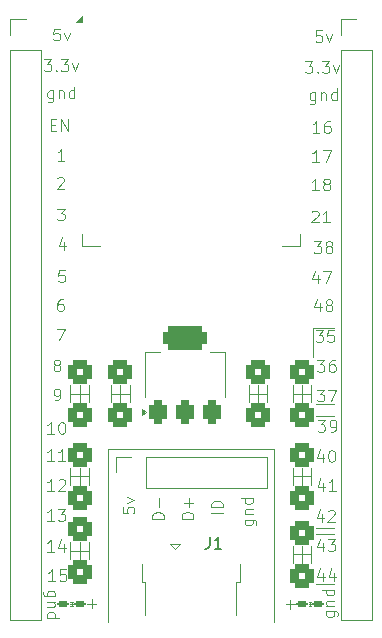
<source format=gto>
%TF.GenerationSoftware,KiCad,Pcbnew,8.0.6-8.0.6-0~ubuntu24.04.1*%
%TF.CreationDate,2024-10-30T09:24:07+01:00*%
%TF.ProjectId,breakout_pcb,62726561-6b6f-4757-945f-7063622e6b69,rev?*%
%TF.SameCoordinates,Original*%
%TF.FileFunction,Legend,Top*%
%TF.FilePolarity,Positive*%
%FSLAX46Y46*%
G04 Gerber Fmt 4.6, Leading zero omitted, Abs format (unit mm)*
G04 Created by KiCad (PCBNEW 8.0.6-8.0.6-0~ubuntu24.04.1) date 2024-10-30 09:24:07*
%MOMM*%
%LPD*%
G01*
G04 APERTURE LIST*
G04 Aperture macros list*
%AMRoundRect*
0 Rectangle with rounded corners*
0 $1 Rounding radius*
0 $2 $3 $4 $5 $6 $7 $8 $9 X,Y pos of 4 corners*
0 Add a 4 corners polygon primitive as box body*
4,1,4,$2,$3,$4,$5,$6,$7,$8,$9,$2,$3,0*
0 Add four circle primitives for the rounded corners*
1,1,$1+$1,$2,$3*
1,1,$1+$1,$4,$5*
1,1,$1+$1,$6,$7*
1,1,$1+$1,$8,$9*
0 Add four rect primitives between the rounded corners*
20,1,$1+$1,$2,$3,$4,$5,0*
20,1,$1+$1,$4,$5,$6,$7,0*
20,1,$1+$1,$6,$7,$8,$9,0*
20,1,$1+$1,$8,$9,$2,$3,0*%
G04 Aperture macros list end*
%ADD10C,0.100000*%
%ADD11C,0.150000*%
%ADD12C,0.120000*%
%ADD13R,1.700000X1.700000*%
%ADD14O,1.700000X1.700000*%
%ADD15RoundRect,0.384616X-0.615384X0.615384X-0.615384X-0.615384X0.615384X-0.615384X0.615384X0.615384X0*%
%ADD16R,1.700000X2.200000*%
%ADD17O,1.700000X2.200000*%
%ADD18RoundRect,0.125000X-0.375000X-0.125000X0.375000X-0.125000X0.375000X0.125000X-0.375000X0.125000X0*%
%ADD19R,0.400000X1.650000*%
%ADD20R,1.825000X0.700000*%
%ADD21R,2.000000X1.500000*%
%ADD22R,1.350000X2.000000*%
%ADD23O,1.350000X1.700000*%
%ADD24O,1.100000X1.500000*%
%ADD25R,1.430000X2.500000*%
%ADD26RoundRect,0.384616X0.615384X-0.615384X0.615384X0.615384X-0.615384X0.615384X-0.615384X-0.615384X0*%
%ADD27RoundRect,0.125000X0.375000X0.125000X-0.375000X0.125000X-0.375000X-0.125000X0.375000X-0.125000X0*%
%ADD28R,1.500000X0.900000*%
%ADD29R,0.900000X1.500000*%
%ADD30C,1.500000*%
%ADD31C,2.000000*%
%ADD32R,3.900000X3.900000*%
%ADD33RoundRect,0.375000X0.375000X-0.625000X0.375000X0.625000X-0.375000X0.625000X-0.375000X-0.625000X0*%
%ADD34RoundRect,0.500000X1.400000X-0.500000X1.400000X0.500000X-1.400000X0.500000X-1.400000X-0.500000X0*%
G04 APERTURE END LIST*
D10*
X140000000Y-108000000D02*
X139000000Y-108000000D01*
X139000000Y-118000000D02*
X140000000Y-118000000D01*
X140000000Y-107000000D02*
X139000000Y-107000000D01*
X140000000Y-100500000D02*
X140250000Y-100500000D01*
X140000000Y-122250000D02*
X139000000Y-122250000D01*
X138750000Y-118000000D02*
X140250000Y-118000000D01*
X138500000Y-100500000D02*
X138500000Y-103000000D01*
X138750000Y-107000000D02*
X140250000Y-107000000D01*
X140000000Y-117500000D02*
X139000000Y-117500000D01*
X139000000Y-107000000D02*
X138750000Y-107000000D01*
X140000000Y-100500000D02*
X138500000Y-100500000D01*
X140250000Y-122250000D02*
X138750000Y-122250000D01*
X140250000Y-117500000D02*
X138750000Y-117500000D01*
X140250000Y-108000000D02*
X138750000Y-108000000D01*
X138707455Y-80580752D02*
X138707455Y-81390276D01*
X138707455Y-81390276D02*
X138659836Y-81485514D01*
X138659836Y-81485514D02*
X138612217Y-81533133D01*
X138612217Y-81533133D02*
X138516979Y-81580752D01*
X138516979Y-81580752D02*
X138374122Y-81580752D01*
X138374122Y-81580752D02*
X138278884Y-81533133D01*
X138707455Y-81199800D02*
X138612217Y-81247419D01*
X138612217Y-81247419D02*
X138421741Y-81247419D01*
X138421741Y-81247419D02*
X138326503Y-81199800D01*
X138326503Y-81199800D02*
X138278884Y-81152180D01*
X138278884Y-81152180D02*
X138231265Y-81056942D01*
X138231265Y-81056942D02*
X138231265Y-80771228D01*
X138231265Y-80771228D02*
X138278884Y-80675990D01*
X138278884Y-80675990D02*
X138326503Y-80628371D01*
X138326503Y-80628371D02*
X138421741Y-80580752D01*
X138421741Y-80580752D02*
X138612217Y-80580752D01*
X138612217Y-80580752D02*
X138707455Y-80628371D01*
X139183646Y-80580752D02*
X139183646Y-81247419D01*
X139183646Y-80675990D02*
X139231265Y-80628371D01*
X139231265Y-80628371D02*
X139326503Y-80580752D01*
X139326503Y-80580752D02*
X139469360Y-80580752D01*
X139469360Y-80580752D02*
X139564598Y-80628371D01*
X139564598Y-80628371D02*
X139612217Y-80723609D01*
X139612217Y-80723609D02*
X139612217Y-81247419D01*
X140516979Y-81247419D02*
X140516979Y-80247419D01*
X140516979Y-81199800D02*
X140421741Y-81247419D01*
X140421741Y-81247419D02*
X140231265Y-81247419D01*
X140231265Y-81247419D02*
X140136027Y-81199800D01*
X140136027Y-81199800D02*
X140088408Y-81152180D01*
X140088408Y-81152180D02*
X140040789Y-81056942D01*
X140040789Y-81056942D02*
X140040789Y-80771228D01*
X140040789Y-80771228D02*
X140088408Y-80675990D01*
X140088408Y-80675990D02*
X140136027Y-80628371D01*
X140136027Y-80628371D02*
X140231265Y-80580752D01*
X140231265Y-80580752D02*
X140421741Y-80580752D01*
X140421741Y-80580752D02*
X140516979Y-80628371D01*
X139307455Y-116280752D02*
X139307455Y-116947419D01*
X139069360Y-115899800D02*
X138831265Y-116614085D01*
X138831265Y-116614085D02*
X139450312Y-116614085D01*
X139783646Y-116042657D02*
X139831265Y-115995038D01*
X139831265Y-115995038D02*
X139926503Y-115947419D01*
X139926503Y-115947419D02*
X140164598Y-115947419D01*
X140164598Y-115947419D02*
X140259836Y-115995038D01*
X140259836Y-115995038D02*
X140307455Y-116042657D01*
X140307455Y-116042657D02*
X140355074Y-116137895D01*
X140355074Y-116137895D02*
X140355074Y-116233133D01*
X140355074Y-116233133D02*
X140307455Y-116375990D01*
X140307455Y-116375990D02*
X139736027Y-116947419D01*
X139736027Y-116947419D02*
X140355074Y-116947419D01*
X116651503Y-106672419D02*
X116841979Y-106672419D01*
X116841979Y-106672419D02*
X116937217Y-106624800D01*
X116937217Y-106624800D02*
X116984836Y-106577180D01*
X116984836Y-106577180D02*
X117080074Y-106434323D01*
X117080074Y-106434323D02*
X117127693Y-106243847D01*
X117127693Y-106243847D02*
X117127693Y-105862895D01*
X117127693Y-105862895D02*
X117080074Y-105767657D01*
X117080074Y-105767657D02*
X117032455Y-105720038D01*
X117032455Y-105720038D02*
X116937217Y-105672419D01*
X116937217Y-105672419D02*
X116746741Y-105672419D01*
X116746741Y-105672419D02*
X116651503Y-105720038D01*
X116651503Y-105720038D02*
X116603884Y-105767657D01*
X116603884Y-105767657D02*
X116556265Y-105862895D01*
X116556265Y-105862895D02*
X116556265Y-106100990D01*
X116556265Y-106100990D02*
X116603884Y-106196228D01*
X116603884Y-106196228D02*
X116651503Y-106243847D01*
X116651503Y-106243847D02*
X116746741Y-106291466D01*
X116746741Y-106291466D02*
X116937217Y-106291466D01*
X116937217Y-106291466D02*
X117032455Y-106243847D01*
X117032455Y-106243847D02*
X117080074Y-106196228D01*
X117080074Y-106196228D02*
X117127693Y-106100990D01*
X116677693Y-121972419D02*
X116106265Y-121972419D01*
X116391979Y-121972419D02*
X116391979Y-120972419D01*
X116391979Y-120972419D02*
X116296741Y-121115276D01*
X116296741Y-121115276D02*
X116201503Y-121210514D01*
X116201503Y-121210514D02*
X116106265Y-121258133D01*
X117582455Y-120972419D02*
X117106265Y-120972419D01*
X117106265Y-120972419D02*
X117058646Y-121448609D01*
X117058646Y-121448609D02*
X117106265Y-121400990D01*
X117106265Y-121400990D02*
X117201503Y-121353371D01*
X117201503Y-121353371D02*
X117439598Y-121353371D01*
X117439598Y-121353371D02*
X117534836Y-121400990D01*
X117534836Y-121400990D02*
X117582455Y-121448609D01*
X117582455Y-121448609D02*
X117630074Y-121543847D01*
X117630074Y-121543847D02*
X117630074Y-121781942D01*
X117630074Y-121781942D02*
X117582455Y-121877180D01*
X117582455Y-121877180D02*
X117534836Y-121924800D01*
X117534836Y-121924800D02*
X117439598Y-121972419D01*
X117439598Y-121972419D02*
X117201503Y-121972419D01*
X117201503Y-121972419D02*
X117106265Y-121924800D01*
X117106265Y-121924800D02*
X117058646Y-121877180D01*
X138858646Y-103247419D02*
X139477693Y-103247419D01*
X139477693Y-103247419D02*
X139144360Y-103628371D01*
X139144360Y-103628371D02*
X139287217Y-103628371D01*
X139287217Y-103628371D02*
X139382455Y-103675990D01*
X139382455Y-103675990D02*
X139430074Y-103723609D01*
X139430074Y-103723609D02*
X139477693Y-103818847D01*
X139477693Y-103818847D02*
X139477693Y-104056942D01*
X139477693Y-104056942D02*
X139430074Y-104152180D01*
X139430074Y-104152180D02*
X139382455Y-104199800D01*
X139382455Y-104199800D02*
X139287217Y-104247419D01*
X139287217Y-104247419D02*
X139001503Y-104247419D01*
X139001503Y-104247419D02*
X138906265Y-104199800D01*
X138906265Y-104199800D02*
X138858646Y-104152180D01*
X140334836Y-103247419D02*
X140144360Y-103247419D01*
X140144360Y-103247419D02*
X140049122Y-103295038D01*
X140049122Y-103295038D02*
X140001503Y-103342657D01*
X140001503Y-103342657D02*
X139906265Y-103485514D01*
X139906265Y-103485514D02*
X139858646Y-103675990D01*
X139858646Y-103675990D02*
X139858646Y-104056942D01*
X139858646Y-104056942D02*
X139906265Y-104152180D01*
X139906265Y-104152180D02*
X139953884Y-104199800D01*
X139953884Y-104199800D02*
X140049122Y-104247419D01*
X140049122Y-104247419D02*
X140239598Y-104247419D01*
X140239598Y-104247419D02*
X140334836Y-104199800D01*
X140334836Y-104199800D02*
X140382455Y-104152180D01*
X140382455Y-104152180D02*
X140430074Y-104056942D01*
X140430074Y-104056942D02*
X140430074Y-103818847D01*
X140430074Y-103818847D02*
X140382455Y-103723609D01*
X140382455Y-103723609D02*
X140334836Y-103675990D01*
X140334836Y-103675990D02*
X140239598Y-103628371D01*
X140239598Y-103628371D02*
X140049122Y-103628371D01*
X140049122Y-103628371D02*
X139953884Y-103675990D01*
X139953884Y-103675990D02*
X139906265Y-103723609D01*
X139906265Y-103723609D02*
X139858646Y-103818847D01*
X115733646Y-77797419D02*
X116352693Y-77797419D01*
X116352693Y-77797419D02*
X116019360Y-78178371D01*
X116019360Y-78178371D02*
X116162217Y-78178371D01*
X116162217Y-78178371D02*
X116257455Y-78225990D01*
X116257455Y-78225990D02*
X116305074Y-78273609D01*
X116305074Y-78273609D02*
X116352693Y-78368847D01*
X116352693Y-78368847D02*
X116352693Y-78606942D01*
X116352693Y-78606942D02*
X116305074Y-78702180D01*
X116305074Y-78702180D02*
X116257455Y-78749800D01*
X116257455Y-78749800D02*
X116162217Y-78797419D01*
X116162217Y-78797419D02*
X115876503Y-78797419D01*
X115876503Y-78797419D02*
X115781265Y-78749800D01*
X115781265Y-78749800D02*
X115733646Y-78702180D01*
X116781265Y-78702180D02*
X116828884Y-78749800D01*
X116828884Y-78749800D02*
X116781265Y-78797419D01*
X116781265Y-78797419D02*
X116733646Y-78749800D01*
X116733646Y-78749800D02*
X116781265Y-78702180D01*
X116781265Y-78702180D02*
X116781265Y-78797419D01*
X117162217Y-77797419D02*
X117781264Y-77797419D01*
X117781264Y-77797419D02*
X117447931Y-78178371D01*
X117447931Y-78178371D02*
X117590788Y-78178371D01*
X117590788Y-78178371D02*
X117686026Y-78225990D01*
X117686026Y-78225990D02*
X117733645Y-78273609D01*
X117733645Y-78273609D02*
X117781264Y-78368847D01*
X117781264Y-78368847D02*
X117781264Y-78606942D01*
X117781264Y-78606942D02*
X117733645Y-78702180D01*
X117733645Y-78702180D02*
X117686026Y-78749800D01*
X117686026Y-78749800D02*
X117590788Y-78797419D01*
X117590788Y-78797419D02*
X117305074Y-78797419D01*
X117305074Y-78797419D02*
X117209836Y-78749800D01*
X117209836Y-78749800D02*
X117162217Y-78702180D01*
X118114598Y-78130752D02*
X118352693Y-78797419D01*
X118352693Y-78797419D02*
X118590788Y-78130752D01*
X116746741Y-103650990D02*
X116651503Y-103603371D01*
X116651503Y-103603371D02*
X116603884Y-103555752D01*
X116603884Y-103555752D02*
X116556265Y-103460514D01*
X116556265Y-103460514D02*
X116556265Y-103412895D01*
X116556265Y-103412895D02*
X116603884Y-103317657D01*
X116603884Y-103317657D02*
X116651503Y-103270038D01*
X116651503Y-103270038D02*
X116746741Y-103222419D01*
X116746741Y-103222419D02*
X116937217Y-103222419D01*
X116937217Y-103222419D02*
X117032455Y-103270038D01*
X117032455Y-103270038D02*
X117080074Y-103317657D01*
X117080074Y-103317657D02*
X117127693Y-103412895D01*
X117127693Y-103412895D02*
X117127693Y-103460514D01*
X117127693Y-103460514D02*
X117080074Y-103555752D01*
X117080074Y-103555752D02*
X117032455Y-103603371D01*
X117032455Y-103603371D02*
X116937217Y-103650990D01*
X116937217Y-103650990D02*
X116746741Y-103650990D01*
X116746741Y-103650990D02*
X116651503Y-103698609D01*
X116651503Y-103698609D02*
X116603884Y-103746228D01*
X116603884Y-103746228D02*
X116556265Y-103841466D01*
X116556265Y-103841466D02*
X116556265Y-104031942D01*
X116556265Y-104031942D02*
X116603884Y-104127180D01*
X116603884Y-104127180D02*
X116651503Y-104174800D01*
X116651503Y-104174800D02*
X116746741Y-104222419D01*
X116746741Y-104222419D02*
X116937217Y-104222419D01*
X116937217Y-104222419D02*
X117032455Y-104174800D01*
X117032455Y-104174800D02*
X117080074Y-104127180D01*
X117080074Y-104127180D02*
X117127693Y-104031942D01*
X117127693Y-104031942D02*
X117127693Y-103841466D01*
X117127693Y-103841466D02*
X117080074Y-103746228D01*
X117080074Y-103746228D02*
X117032455Y-103698609D01*
X117032455Y-103698609D02*
X116937217Y-103650990D01*
X137848646Y-77942419D02*
X138467693Y-77942419D01*
X138467693Y-77942419D02*
X138134360Y-78323371D01*
X138134360Y-78323371D02*
X138277217Y-78323371D01*
X138277217Y-78323371D02*
X138372455Y-78370990D01*
X138372455Y-78370990D02*
X138420074Y-78418609D01*
X138420074Y-78418609D02*
X138467693Y-78513847D01*
X138467693Y-78513847D02*
X138467693Y-78751942D01*
X138467693Y-78751942D02*
X138420074Y-78847180D01*
X138420074Y-78847180D02*
X138372455Y-78894800D01*
X138372455Y-78894800D02*
X138277217Y-78942419D01*
X138277217Y-78942419D02*
X137991503Y-78942419D01*
X137991503Y-78942419D02*
X137896265Y-78894800D01*
X137896265Y-78894800D02*
X137848646Y-78847180D01*
X138896265Y-78847180D02*
X138943884Y-78894800D01*
X138943884Y-78894800D02*
X138896265Y-78942419D01*
X138896265Y-78942419D02*
X138848646Y-78894800D01*
X138848646Y-78894800D02*
X138896265Y-78847180D01*
X138896265Y-78847180D02*
X138896265Y-78942419D01*
X139277217Y-77942419D02*
X139896264Y-77942419D01*
X139896264Y-77942419D02*
X139562931Y-78323371D01*
X139562931Y-78323371D02*
X139705788Y-78323371D01*
X139705788Y-78323371D02*
X139801026Y-78370990D01*
X139801026Y-78370990D02*
X139848645Y-78418609D01*
X139848645Y-78418609D02*
X139896264Y-78513847D01*
X139896264Y-78513847D02*
X139896264Y-78751942D01*
X139896264Y-78751942D02*
X139848645Y-78847180D01*
X139848645Y-78847180D02*
X139801026Y-78894800D01*
X139801026Y-78894800D02*
X139705788Y-78942419D01*
X139705788Y-78942419D02*
X139420074Y-78942419D01*
X139420074Y-78942419D02*
X139324836Y-78894800D01*
X139324836Y-78894800D02*
X139277217Y-78847180D01*
X140229598Y-78275752D02*
X140467693Y-78942419D01*
X140467693Y-78942419D02*
X140705788Y-78275752D01*
X138733646Y-100722419D02*
X139352693Y-100722419D01*
X139352693Y-100722419D02*
X139019360Y-101103371D01*
X139019360Y-101103371D02*
X139162217Y-101103371D01*
X139162217Y-101103371D02*
X139257455Y-101150990D01*
X139257455Y-101150990D02*
X139305074Y-101198609D01*
X139305074Y-101198609D02*
X139352693Y-101293847D01*
X139352693Y-101293847D02*
X139352693Y-101531942D01*
X139352693Y-101531942D02*
X139305074Y-101627180D01*
X139305074Y-101627180D02*
X139257455Y-101674800D01*
X139257455Y-101674800D02*
X139162217Y-101722419D01*
X139162217Y-101722419D02*
X138876503Y-101722419D01*
X138876503Y-101722419D02*
X138781265Y-101674800D01*
X138781265Y-101674800D02*
X138733646Y-101627180D01*
X140257455Y-100722419D02*
X139781265Y-100722419D01*
X139781265Y-100722419D02*
X139733646Y-101198609D01*
X139733646Y-101198609D02*
X139781265Y-101150990D01*
X139781265Y-101150990D02*
X139876503Y-101103371D01*
X139876503Y-101103371D02*
X140114598Y-101103371D01*
X140114598Y-101103371D02*
X140209836Y-101150990D01*
X140209836Y-101150990D02*
X140257455Y-101198609D01*
X140257455Y-101198609D02*
X140305074Y-101293847D01*
X140305074Y-101293847D02*
X140305074Y-101531942D01*
X140305074Y-101531942D02*
X140257455Y-101627180D01*
X140257455Y-101627180D02*
X140209836Y-101674800D01*
X140209836Y-101674800D02*
X140114598Y-101722419D01*
X140114598Y-101722419D02*
X139876503Y-101722419D01*
X139876503Y-101722419D02*
X139781265Y-101674800D01*
X139781265Y-101674800D02*
X139733646Y-101627180D01*
X116654247Y-123262455D02*
X115844723Y-123262455D01*
X115844723Y-123262455D02*
X115749485Y-123214836D01*
X115749485Y-123214836D02*
X115701866Y-123167217D01*
X115701866Y-123167217D02*
X115654247Y-123071979D01*
X115654247Y-123071979D02*
X115654247Y-122929122D01*
X115654247Y-122929122D02*
X115701866Y-122833884D01*
X116035200Y-123262455D02*
X115987580Y-123167217D01*
X115987580Y-123167217D02*
X115987580Y-122976741D01*
X115987580Y-122976741D02*
X116035200Y-122881503D01*
X116035200Y-122881503D02*
X116082819Y-122833884D01*
X116082819Y-122833884D02*
X116178057Y-122786265D01*
X116178057Y-122786265D02*
X116463771Y-122786265D01*
X116463771Y-122786265D02*
X116559009Y-122833884D01*
X116559009Y-122833884D02*
X116606628Y-122881503D01*
X116606628Y-122881503D02*
X116654247Y-122976741D01*
X116654247Y-122976741D02*
X116654247Y-123167217D01*
X116654247Y-123167217D02*
X116606628Y-123262455D01*
X116654247Y-123738646D02*
X115987580Y-123738646D01*
X116559009Y-123738646D02*
X116606628Y-123786265D01*
X116606628Y-123786265D02*
X116654247Y-123881503D01*
X116654247Y-123881503D02*
X116654247Y-124024360D01*
X116654247Y-124024360D02*
X116606628Y-124119598D01*
X116606628Y-124119598D02*
X116511390Y-124167217D01*
X116511390Y-124167217D02*
X115987580Y-124167217D01*
X115987580Y-125071979D02*
X116987580Y-125071979D01*
X116035200Y-125071979D02*
X115987580Y-124976741D01*
X115987580Y-124976741D02*
X115987580Y-124786265D01*
X115987580Y-124786265D02*
X116035200Y-124691027D01*
X116035200Y-124691027D02*
X116082819Y-124643408D01*
X116082819Y-124643408D02*
X116178057Y-124595789D01*
X116178057Y-124595789D02*
X116463771Y-124595789D01*
X116463771Y-124595789D02*
X116559009Y-124643408D01*
X116559009Y-124643408D02*
X116606628Y-124691027D01*
X116606628Y-124691027D02*
X116654247Y-124786265D01*
X116654247Y-124786265D02*
X116654247Y-124976741D01*
X116654247Y-124976741D02*
X116606628Y-125071979D01*
X139255074Y-75347419D02*
X138778884Y-75347419D01*
X138778884Y-75347419D02*
X138731265Y-75823609D01*
X138731265Y-75823609D02*
X138778884Y-75775990D01*
X138778884Y-75775990D02*
X138874122Y-75728371D01*
X138874122Y-75728371D02*
X139112217Y-75728371D01*
X139112217Y-75728371D02*
X139207455Y-75775990D01*
X139207455Y-75775990D02*
X139255074Y-75823609D01*
X139255074Y-75823609D02*
X139302693Y-75918847D01*
X139302693Y-75918847D02*
X139302693Y-76156942D01*
X139302693Y-76156942D02*
X139255074Y-76252180D01*
X139255074Y-76252180D02*
X139207455Y-76299800D01*
X139207455Y-76299800D02*
X139112217Y-76347419D01*
X139112217Y-76347419D02*
X138874122Y-76347419D01*
X138874122Y-76347419D02*
X138778884Y-76299800D01*
X138778884Y-76299800D02*
X138731265Y-76252180D01*
X139636027Y-75680752D02*
X139874122Y-76347419D01*
X139874122Y-76347419D02*
X140112217Y-75680752D01*
X117452693Y-86372419D02*
X116881265Y-86372419D01*
X117166979Y-86372419D02*
X117166979Y-85372419D01*
X117166979Y-85372419D02*
X117071741Y-85515276D01*
X117071741Y-85515276D02*
X116976503Y-85610514D01*
X116976503Y-85610514D02*
X116881265Y-85658133D01*
X139332455Y-111205752D02*
X139332455Y-111872419D01*
X139094360Y-110824800D02*
X138856265Y-111539085D01*
X138856265Y-111539085D02*
X139475312Y-111539085D01*
X140046741Y-110872419D02*
X140141979Y-110872419D01*
X140141979Y-110872419D02*
X140237217Y-110920038D01*
X140237217Y-110920038D02*
X140284836Y-110967657D01*
X140284836Y-110967657D02*
X140332455Y-111062895D01*
X140332455Y-111062895D02*
X140380074Y-111253371D01*
X140380074Y-111253371D02*
X140380074Y-111491466D01*
X140380074Y-111491466D02*
X140332455Y-111681942D01*
X140332455Y-111681942D02*
X140284836Y-111777180D01*
X140284836Y-111777180D02*
X140237217Y-111824800D01*
X140237217Y-111824800D02*
X140141979Y-111872419D01*
X140141979Y-111872419D02*
X140046741Y-111872419D01*
X140046741Y-111872419D02*
X139951503Y-111824800D01*
X139951503Y-111824800D02*
X139903884Y-111777180D01*
X139903884Y-111777180D02*
X139856265Y-111681942D01*
X139856265Y-111681942D02*
X139808646Y-111491466D01*
X139808646Y-111491466D02*
X139808646Y-111253371D01*
X139808646Y-111253371D02*
X139856265Y-111062895D01*
X139856265Y-111062895D02*
X139903884Y-110967657D01*
X139903884Y-110967657D02*
X139951503Y-110920038D01*
X139951503Y-110920038D02*
X140046741Y-110872419D01*
X116808646Y-100597419D02*
X117475312Y-100597419D01*
X117475312Y-100597419D02*
X117046741Y-101597419D01*
X117332455Y-98097419D02*
X117141979Y-98097419D01*
X117141979Y-98097419D02*
X117046741Y-98145038D01*
X117046741Y-98145038D02*
X116999122Y-98192657D01*
X116999122Y-98192657D02*
X116903884Y-98335514D01*
X116903884Y-98335514D02*
X116856265Y-98525990D01*
X116856265Y-98525990D02*
X116856265Y-98906942D01*
X116856265Y-98906942D02*
X116903884Y-99002180D01*
X116903884Y-99002180D02*
X116951503Y-99049800D01*
X116951503Y-99049800D02*
X117046741Y-99097419D01*
X117046741Y-99097419D02*
X117237217Y-99097419D01*
X117237217Y-99097419D02*
X117332455Y-99049800D01*
X117332455Y-99049800D02*
X117380074Y-99002180D01*
X117380074Y-99002180D02*
X117427693Y-98906942D01*
X117427693Y-98906942D02*
X117427693Y-98668847D01*
X117427693Y-98668847D02*
X117380074Y-98573609D01*
X117380074Y-98573609D02*
X117332455Y-98525990D01*
X117332455Y-98525990D02*
X117237217Y-98478371D01*
X117237217Y-98478371D02*
X117046741Y-98478371D01*
X117046741Y-98478371D02*
X116951503Y-98525990D01*
X116951503Y-98525990D02*
X116903884Y-98573609D01*
X116903884Y-98573609D02*
X116856265Y-98668847D01*
X139002693Y-88897419D02*
X138431265Y-88897419D01*
X138716979Y-88897419D02*
X138716979Y-87897419D01*
X138716979Y-87897419D02*
X138621741Y-88040276D01*
X138621741Y-88040276D02*
X138526503Y-88135514D01*
X138526503Y-88135514D02*
X138431265Y-88183133D01*
X139574122Y-88325990D02*
X139478884Y-88278371D01*
X139478884Y-88278371D02*
X139431265Y-88230752D01*
X139431265Y-88230752D02*
X139383646Y-88135514D01*
X139383646Y-88135514D02*
X139383646Y-88087895D01*
X139383646Y-88087895D02*
X139431265Y-87992657D01*
X139431265Y-87992657D02*
X139478884Y-87945038D01*
X139478884Y-87945038D02*
X139574122Y-87897419D01*
X139574122Y-87897419D02*
X139764598Y-87897419D01*
X139764598Y-87897419D02*
X139859836Y-87945038D01*
X139859836Y-87945038D02*
X139907455Y-87992657D01*
X139907455Y-87992657D02*
X139955074Y-88087895D01*
X139955074Y-88087895D02*
X139955074Y-88135514D01*
X139955074Y-88135514D02*
X139907455Y-88230752D01*
X139907455Y-88230752D02*
X139859836Y-88278371D01*
X139859836Y-88278371D02*
X139764598Y-88325990D01*
X139764598Y-88325990D02*
X139574122Y-88325990D01*
X139574122Y-88325990D02*
X139478884Y-88373609D01*
X139478884Y-88373609D02*
X139431265Y-88421228D01*
X139431265Y-88421228D02*
X139383646Y-88516466D01*
X139383646Y-88516466D02*
X139383646Y-88706942D01*
X139383646Y-88706942D02*
X139431265Y-88802180D01*
X139431265Y-88802180D02*
X139478884Y-88849800D01*
X139478884Y-88849800D02*
X139574122Y-88897419D01*
X139574122Y-88897419D02*
X139764598Y-88897419D01*
X139764598Y-88897419D02*
X139859836Y-88849800D01*
X139859836Y-88849800D02*
X139907455Y-88802180D01*
X139907455Y-88802180D02*
X139955074Y-88706942D01*
X139955074Y-88706942D02*
X139955074Y-88516466D01*
X139955074Y-88516466D02*
X139907455Y-88421228D01*
X139907455Y-88421228D02*
X139859836Y-88373609D01*
X139859836Y-88373609D02*
X139764598Y-88325990D01*
X116602693Y-114322419D02*
X116031265Y-114322419D01*
X116316979Y-114322419D02*
X116316979Y-113322419D01*
X116316979Y-113322419D02*
X116221741Y-113465276D01*
X116221741Y-113465276D02*
X116126503Y-113560514D01*
X116126503Y-113560514D02*
X116031265Y-113608133D01*
X116983646Y-113417657D02*
X117031265Y-113370038D01*
X117031265Y-113370038D02*
X117126503Y-113322419D01*
X117126503Y-113322419D02*
X117364598Y-113322419D01*
X117364598Y-113322419D02*
X117459836Y-113370038D01*
X117459836Y-113370038D02*
X117507455Y-113417657D01*
X117507455Y-113417657D02*
X117555074Y-113512895D01*
X117555074Y-113512895D02*
X117555074Y-113608133D01*
X117555074Y-113608133D02*
X117507455Y-113750990D01*
X117507455Y-113750990D02*
X116936027Y-114322419D01*
X116936027Y-114322419D02*
X117555074Y-114322419D01*
X116858646Y-90422419D02*
X117477693Y-90422419D01*
X117477693Y-90422419D02*
X117144360Y-90803371D01*
X117144360Y-90803371D02*
X117287217Y-90803371D01*
X117287217Y-90803371D02*
X117382455Y-90850990D01*
X117382455Y-90850990D02*
X117430074Y-90898609D01*
X117430074Y-90898609D02*
X117477693Y-90993847D01*
X117477693Y-90993847D02*
X117477693Y-91231942D01*
X117477693Y-91231942D02*
X117430074Y-91327180D01*
X117430074Y-91327180D02*
X117382455Y-91374800D01*
X117382455Y-91374800D02*
X117287217Y-91422419D01*
X117287217Y-91422419D02*
X117001503Y-91422419D01*
X117001503Y-91422419D02*
X116906265Y-91374800D01*
X116906265Y-91374800D02*
X116858646Y-91327180D01*
X116577693Y-109497419D02*
X116006265Y-109497419D01*
X116291979Y-109497419D02*
X116291979Y-108497419D01*
X116291979Y-108497419D02*
X116196741Y-108640276D01*
X116196741Y-108640276D02*
X116101503Y-108735514D01*
X116101503Y-108735514D02*
X116006265Y-108783133D01*
X117196741Y-108497419D02*
X117291979Y-108497419D01*
X117291979Y-108497419D02*
X117387217Y-108545038D01*
X117387217Y-108545038D02*
X117434836Y-108592657D01*
X117434836Y-108592657D02*
X117482455Y-108687895D01*
X117482455Y-108687895D02*
X117530074Y-108878371D01*
X117530074Y-108878371D02*
X117530074Y-109116466D01*
X117530074Y-109116466D02*
X117482455Y-109306942D01*
X117482455Y-109306942D02*
X117434836Y-109402180D01*
X117434836Y-109402180D02*
X117387217Y-109449800D01*
X117387217Y-109449800D02*
X117291979Y-109497419D01*
X117291979Y-109497419D02*
X117196741Y-109497419D01*
X117196741Y-109497419D02*
X117101503Y-109449800D01*
X117101503Y-109449800D02*
X117053884Y-109402180D01*
X117053884Y-109402180D02*
X117006265Y-109306942D01*
X117006265Y-109306942D02*
X116958646Y-109116466D01*
X116958646Y-109116466D02*
X116958646Y-108878371D01*
X116958646Y-108878371D02*
X117006265Y-108687895D01*
X117006265Y-108687895D02*
X117053884Y-108592657D01*
X117053884Y-108592657D02*
X117101503Y-108545038D01*
X117101503Y-108545038D02*
X117196741Y-108497419D01*
X138583646Y-93197419D02*
X139202693Y-93197419D01*
X139202693Y-93197419D02*
X138869360Y-93578371D01*
X138869360Y-93578371D02*
X139012217Y-93578371D01*
X139012217Y-93578371D02*
X139107455Y-93625990D01*
X139107455Y-93625990D02*
X139155074Y-93673609D01*
X139155074Y-93673609D02*
X139202693Y-93768847D01*
X139202693Y-93768847D02*
X139202693Y-94006942D01*
X139202693Y-94006942D02*
X139155074Y-94102180D01*
X139155074Y-94102180D02*
X139107455Y-94149800D01*
X139107455Y-94149800D02*
X139012217Y-94197419D01*
X139012217Y-94197419D02*
X138726503Y-94197419D01*
X138726503Y-94197419D02*
X138631265Y-94149800D01*
X138631265Y-94149800D02*
X138583646Y-94102180D01*
X139774122Y-93625990D02*
X139678884Y-93578371D01*
X139678884Y-93578371D02*
X139631265Y-93530752D01*
X139631265Y-93530752D02*
X139583646Y-93435514D01*
X139583646Y-93435514D02*
X139583646Y-93387895D01*
X139583646Y-93387895D02*
X139631265Y-93292657D01*
X139631265Y-93292657D02*
X139678884Y-93245038D01*
X139678884Y-93245038D02*
X139774122Y-93197419D01*
X139774122Y-93197419D02*
X139964598Y-93197419D01*
X139964598Y-93197419D02*
X140059836Y-93245038D01*
X140059836Y-93245038D02*
X140107455Y-93292657D01*
X140107455Y-93292657D02*
X140155074Y-93387895D01*
X140155074Y-93387895D02*
X140155074Y-93435514D01*
X140155074Y-93435514D02*
X140107455Y-93530752D01*
X140107455Y-93530752D02*
X140059836Y-93578371D01*
X140059836Y-93578371D02*
X139964598Y-93625990D01*
X139964598Y-93625990D02*
X139774122Y-93625990D01*
X139774122Y-93625990D02*
X139678884Y-93673609D01*
X139678884Y-93673609D02*
X139631265Y-93721228D01*
X139631265Y-93721228D02*
X139583646Y-93816466D01*
X139583646Y-93816466D02*
X139583646Y-94006942D01*
X139583646Y-94006942D02*
X139631265Y-94102180D01*
X139631265Y-94102180D02*
X139678884Y-94149800D01*
X139678884Y-94149800D02*
X139774122Y-94197419D01*
X139774122Y-94197419D02*
X139964598Y-94197419D01*
X139964598Y-94197419D02*
X140059836Y-94149800D01*
X140059836Y-94149800D02*
X140107455Y-94102180D01*
X140107455Y-94102180D02*
X140155074Y-94006942D01*
X140155074Y-94006942D02*
X140155074Y-93816466D01*
X140155074Y-93816466D02*
X140107455Y-93721228D01*
X140107455Y-93721228D02*
X140059836Y-93673609D01*
X140059836Y-93673609D02*
X139964598Y-93625990D01*
X116303884Y-83348609D02*
X116637217Y-83348609D01*
X116780074Y-83872419D02*
X116303884Y-83872419D01*
X116303884Y-83872419D02*
X116303884Y-82872419D01*
X116303884Y-82872419D02*
X116780074Y-82872419D01*
X117208646Y-83872419D02*
X117208646Y-82872419D01*
X117208646Y-82872419D02*
X117780074Y-83872419D01*
X117780074Y-83872419D02*
X117780074Y-82872419D01*
X117457455Y-93255752D02*
X117457455Y-93922419D01*
X117219360Y-92874800D02*
X116981265Y-93589085D01*
X116981265Y-93589085D02*
X117600312Y-93589085D01*
X139107455Y-98455752D02*
X139107455Y-99122419D01*
X138869360Y-98074800D02*
X138631265Y-98789085D01*
X138631265Y-98789085D02*
X139250312Y-98789085D01*
X139774122Y-98550990D02*
X139678884Y-98503371D01*
X139678884Y-98503371D02*
X139631265Y-98455752D01*
X139631265Y-98455752D02*
X139583646Y-98360514D01*
X139583646Y-98360514D02*
X139583646Y-98312895D01*
X139583646Y-98312895D02*
X139631265Y-98217657D01*
X139631265Y-98217657D02*
X139678884Y-98170038D01*
X139678884Y-98170038D02*
X139774122Y-98122419D01*
X139774122Y-98122419D02*
X139964598Y-98122419D01*
X139964598Y-98122419D02*
X140059836Y-98170038D01*
X140059836Y-98170038D02*
X140107455Y-98217657D01*
X140107455Y-98217657D02*
X140155074Y-98312895D01*
X140155074Y-98312895D02*
X140155074Y-98360514D01*
X140155074Y-98360514D02*
X140107455Y-98455752D01*
X140107455Y-98455752D02*
X140059836Y-98503371D01*
X140059836Y-98503371D02*
X139964598Y-98550990D01*
X139964598Y-98550990D02*
X139774122Y-98550990D01*
X139774122Y-98550990D02*
X139678884Y-98598609D01*
X139678884Y-98598609D02*
X139631265Y-98646228D01*
X139631265Y-98646228D02*
X139583646Y-98741466D01*
X139583646Y-98741466D02*
X139583646Y-98931942D01*
X139583646Y-98931942D02*
X139631265Y-99027180D01*
X139631265Y-99027180D02*
X139678884Y-99074800D01*
X139678884Y-99074800D02*
X139774122Y-99122419D01*
X139774122Y-99122419D02*
X139964598Y-99122419D01*
X139964598Y-99122419D02*
X140059836Y-99074800D01*
X140059836Y-99074800D02*
X140107455Y-99027180D01*
X140107455Y-99027180D02*
X140155074Y-98931942D01*
X140155074Y-98931942D02*
X140155074Y-98741466D01*
X140155074Y-98741466D02*
X140107455Y-98646228D01*
X140107455Y-98646228D02*
X140059836Y-98598609D01*
X140059836Y-98598609D02*
X139964598Y-98550990D01*
X138406265Y-90692657D02*
X138453884Y-90645038D01*
X138453884Y-90645038D02*
X138549122Y-90597419D01*
X138549122Y-90597419D02*
X138787217Y-90597419D01*
X138787217Y-90597419D02*
X138882455Y-90645038D01*
X138882455Y-90645038D02*
X138930074Y-90692657D01*
X138930074Y-90692657D02*
X138977693Y-90787895D01*
X138977693Y-90787895D02*
X138977693Y-90883133D01*
X138977693Y-90883133D02*
X138930074Y-91025990D01*
X138930074Y-91025990D02*
X138358646Y-91597419D01*
X138358646Y-91597419D02*
X138977693Y-91597419D01*
X139930074Y-91597419D02*
X139358646Y-91597419D01*
X139644360Y-91597419D02*
X139644360Y-90597419D01*
X139644360Y-90597419D02*
X139549122Y-90740276D01*
X139549122Y-90740276D02*
X139453884Y-90835514D01*
X139453884Y-90835514D02*
X139358646Y-90883133D01*
X139027693Y-86472419D02*
X138456265Y-86472419D01*
X138741979Y-86472419D02*
X138741979Y-85472419D01*
X138741979Y-85472419D02*
X138646741Y-85615276D01*
X138646741Y-85615276D02*
X138551503Y-85710514D01*
X138551503Y-85710514D02*
X138456265Y-85758133D01*
X139361027Y-85472419D02*
X140027693Y-85472419D01*
X140027693Y-85472419D02*
X139599122Y-86472419D01*
X138908646Y-108322419D02*
X139527693Y-108322419D01*
X139527693Y-108322419D02*
X139194360Y-108703371D01*
X139194360Y-108703371D02*
X139337217Y-108703371D01*
X139337217Y-108703371D02*
X139432455Y-108750990D01*
X139432455Y-108750990D02*
X139480074Y-108798609D01*
X139480074Y-108798609D02*
X139527693Y-108893847D01*
X139527693Y-108893847D02*
X139527693Y-109131942D01*
X139527693Y-109131942D02*
X139480074Y-109227180D01*
X139480074Y-109227180D02*
X139432455Y-109274800D01*
X139432455Y-109274800D02*
X139337217Y-109322419D01*
X139337217Y-109322419D02*
X139051503Y-109322419D01*
X139051503Y-109322419D02*
X138956265Y-109274800D01*
X138956265Y-109274800D02*
X138908646Y-109227180D01*
X140003884Y-109322419D02*
X140194360Y-109322419D01*
X140194360Y-109322419D02*
X140289598Y-109274800D01*
X140289598Y-109274800D02*
X140337217Y-109227180D01*
X140337217Y-109227180D02*
X140432455Y-109084323D01*
X140432455Y-109084323D02*
X140480074Y-108893847D01*
X140480074Y-108893847D02*
X140480074Y-108512895D01*
X140480074Y-108512895D02*
X140432455Y-108417657D01*
X140432455Y-108417657D02*
X140384836Y-108370038D01*
X140384836Y-108370038D02*
X140289598Y-108322419D01*
X140289598Y-108322419D02*
X140099122Y-108322419D01*
X140099122Y-108322419D02*
X140003884Y-108370038D01*
X140003884Y-108370038D02*
X139956265Y-108417657D01*
X139956265Y-108417657D02*
X139908646Y-108512895D01*
X139908646Y-108512895D02*
X139908646Y-108750990D01*
X139908646Y-108750990D02*
X139956265Y-108846228D01*
X139956265Y-108846228D02*
X140003884Y-108893847D01*
X140003884Y-108893847D02*
X140099122Y-108941466D01*
X140099122Y-108941466D02*
X140289598Y-108941466D01*
X140289598Y-108941466D02*
X140384836Y-108893847D01*
X140384836Y-108893847D02*
X140432455Y-108846228D01*
X140432455Y-108846228D02*
X140480074Y-108750990D01*
X138932455Y-96055752D02*
X138932455Y-96722419D01*
X138694360Y-95674800D02*
X138456265Y-96389085D01*
X138456265Y-96389085D02*
X139075312Y-96389085D01*
X139361027Y-95722419D02*
X140027693Y-95722419D01*
X140027693Y-95722419D02*
X139599122Y-96722419D01*
X139357455Y-121255752D02*
X139357455Y-121922419D01*
X139119360Y-120874800D02*
X138881265Y-121589085D01*
X138881265Y-121589085D02*
X139500312Y-121589085D01*
X140309836Y-121255752D02*
X140309836Y-121922419D01*
X140071741Y-120874800D02*
X139833646Y-121589085D01*
X139833646Y-121589085D02*
X140452693Y-121589085D01*
X139382455Y-113655752D02*
X139382455Y-114322419D01*
X139144360Y-113274800D02*
X138906265Y-113989085D01*
X138906265Y-113989085D02*
X139525312Y-113989085D01*
X140430074Y-114322419D02*
X139858646Y-114322419D01*
X140144360Y-114322419D02*
X140144360Y-113322419D01*
X140144360Y-113322419D02*
X140049122Y-113465276D01*
X140049122Y-113465276D02*
X139953884Y-113560514D01*
X139953884Y-113560514D02*
X139858646Y-113608133D01*
X139332455Y-118755752D02*
X139332455Y-119422419D01*
X139094360Y-118374800D02*
X138856265Y-119089085D01*
X138856265Y-119089085D02*
X139475312Y-119089085D01*
X139761027Y-118422419D02*
X140380074Y-118422419D01*
X140380074Y-118422419D02*
X140046741Y-118803371D01*
X140046741Y-118803371D02*
X140189598Y-118803371D01*
X140189598Y-118803371D02*
X140284836Y-118850990D01*
X140284836Y-118850990D02*
X140332455Y-118898609D01*
X140332455Y-118898609D02*
X140380074Y-118993847D01*
X140380074Y-118993847D02*
X140380074Y-119231942D01*
X140380074Y-119231942D02*
X140332455Y-119327180D01*
X140332455Y-119327180D02*
X140284836Y-119374800D01*
X140284836Y-119374800D02*
X140189598Y-119422419D01*
X140189598Y-119422419D02*
X139903884Y-119422419D01*
X139903884Y-119422419D02*
X139808646Y-119374800D01*
X139808646Y-119374800D02*
X139761027Y-119327180D01*
X116577693Y-116872419D02*
X116006265Y-116872419D01*
X116291979Y-116872419D02*
X116291979Y-115872419D01*
X116291979Y-115872419D02*
X116196741Y-116015276D01*
X116196741Y-116015276D02*
X116101503Y-116110514D01*
X116101503Y-116110514D02*
X116006265Y-116158133D01*
X116911027Y-115872419D02*
X117530074Y-115872419D01*
X117530074Y-115872419D02*
X117196741Y-116253371D01*
X117196741Y-116253371D02*
X117339598Y-116253371D01*
X117339598Y-116253371D02*
X117434836Y-116300990D01*
X117434836Y-116300990D02*
X117482455Y-116348609D01*
X117482455Y-116348609D02*
X117530074Y-116443847D01*
X117530074Y-116443847D02*
X117530074Y-116681942D01*
X117530074Y-116681942D02*
X117482455Y-116777180D01*
X117482455Y-116777180D02*
X117434836Y-116824800D01*
X117434836Y-116824800D02*
X117339598Y-116872419D01*
X117339598Y-116872419D02*
X117053884Y-116872419D01*
X117053884Y-116872419D02*
X116958646Y-116824800D01*
X116958646Y-116824800D02*
X116911027Y-116777180D01*
X116507455Y-80430752D02*
X116507455Y-81240276D01*
X116507455Y-81240276D02*
X116459836Y-81335514D01*
X116459836Y-81335514D02*
X116412217Y-81383133D01*
X116412217Y-81383133D02*
X116316979Y-81430752D01*
X116316979Y-81430752D02*
X116174122Y-81430752D01*
X116174122Y-81430752D02*
X116078884Y-81383133D01*
X116507455Y-81049800D02*
X116412217Y-81097419D01*
X116412217Y-81097419D02*
X116221741Y-81097419D01*
X116221741Y-81097419D02*
X116126503Y-81049800D01*
X116126503Y-81049800D02*
X116078884Y-81002180D01*
X116078884Y-81002180D02*
X116031265Y-80906942D01*
X116031265Y-80906942D02*
X116031265Y-80621228D01*
X116031265Y-80621228D02*
X116078884Y-80525990D01*
X116078884Y-80525990D02*
X116126503Y-80478371D01*
X116126503Y-80478371D02*
X116221741Y-80430752D01*
X116221741Y-80430752D02*
X116412217Y-80430752D01*
X116412217Y-80430752D02*
X116507455Y-80478371D01*
X116983646Y-80430752D02*
X116983646Y-81097419D01*
X116983646Y-80525990D02*
X117031265Y-80478371D01*
X117031265Y-80478371D02*
X117126503Y-80430752D01*
X117126503Y-80430752D02*
X117269360Y-80430752D01*
X117269360Y-80430752D02*
X117364598Y-80478371D01*
X117364598Y-80478371D02*
X117412217Y-80573609D01*
X117412217Y-80573609D02*
X117412217Y-81097419D01*
X118316979Y-81097419D02*
X118316979Y-80097419D01*
X118316979Y-81049800D02*
X118221741Y-81097419D01*
X118221741Y-81097419D02*
X118031265Y-81097419D01*
X118031265Y-81097419D02*
X117936027Y-81049800D01*
X117936027Y-81049800D02*
X117888408Y-81002180D01*
X117888408Y-81002180D02*
X117840789Y-80906942D01*
X117840789Y-80906942D02*
X117840789Y-80621228D01*
X117840789Y-80621228D02*
X117888408Y-80525990D01*
X117888408Y-80525990D02*
X117936027Y-80478371D01*
X117936027Y-80478371D02*
X118031265Y-80430752D01*
X118031265Y-80430752D02*
X118221741Y-80430752D01*
X118221741Y-80430752D02*
X118316979Y-80478371D01*
X116856265Y-87867657D02*
X116903884Y-87820038D01*
X116903884Y-87820038D02*
X116999122Y-87772419D01*
X116999122Y-87772419D02*
X117237217Y-87772419D01*
X117237217Y-87772419D02*
X117332455Y-87820038D01*
X117332455Y-87820038D02*
X117380074Y-87867657D01*
X117380074Y-87867657D02*
X117427693Y-87962895D01*
X117427693Y-87962895D02*
X117427693Y-88058133D01*
X117427693Y-88058133D02*
X117380074Y-88200990D01*
X117380074Y-88200990D02*
X116808646Y-88772419D01*
X116808646Y-88772419D02*
X117427693Y-88772419D01*
X117480074Y-95647419D02*
X117003884Y-95647419D01*
X117003884Y-95647419D02*
X116956265Y-96123609D01*
X116956265Y-96123609D02*
X117003884Y-96075990D01*
X117003884Y-96075990D02*
X117099122Y-96028371D01*
X117099122Y-96028371D02*
X117337217Y-96028371D01*
X117337217Y-96028371D02*
X117432455Y-96075990D01*
X117432455Y-96075990D02*
X117480074Y-96123609D01*
X117480074Y-96123609D02*
X117527693Y-96218847D01*
X117527693Y-96218847D02*
X117527693Y-96456942D01*
X117527693Y-96456942D02*
X117480074Y-96552180D01*
X117480074Y-96552180D02*
X117432455Y-96599800D01*
X117432455Y-96599800D02*
X117337217Y-96647419D01*
X117337217Y-96647419D02*
X117099122Y-96647419D01*
X117099122Y-96647419D02*
X117003884Y-96599800D01*
X117003884Y-96599800D02*
X116956265Y-96552180D01*
X139052693Y-84022419D02*
X138481265Y-84022419D01*
X138766979Y-84022419D02*
X138766979Y-83022419D01*
X138766979Y-83022419D02*
X138671741Y-83165276D01*
X138671741Y-83165276D02*
X138576503Y-83260514D01*
X138576503Y-83260514D02*
X138481265Y-83308133D01*
X139909836Y-83022419D02*
X139719360Y-83022419D01*
X139719360Y-83022419D02*
X139624122Y-83070038D01*
X139624122Y-83070038D02*
X139576503Y-83117657D01*
X139576503Y-83117657D02*
X139481265Y-83260514D01*
X139481265Y-83260514D02*
X139433646Y-83450990D01*
X139433646Y-83450990D02*
X139433646Y-83831942D01*
X139433646Y-83831942D02*
X139481265Y-83927180D01*
X139481265Y-83927180D02*
X139528884Y-83974800D01*
X139528884Y-83974800D02*
X139624122Y-84022419D01*
X139624122Y-84022419D02*
X139814598Y-84022419D01*
X139814598Y-84022419D02*
X139909836Y-83974800D01*
X139909836Y-83974800D02*
X139957455Y-83927180D01*
X139957455Y-83927180D02*
X140005074Y-83831942D01*
X140005074Y-83831942D02*
X140005074Y-83593847D01*
X140005074Y-83593847D02*
X139957455Y-83498609D01*
X139957455Y-83498609D02*
X139909836Y-83450990D01*
X139909836Y-83450990D02*
X139814598Y-83403371D01*
X139814598Y-83403371D02*
X139624122Y-83403371D01*
X139624122Y-83403371D02*
X139528884Y-83450990D01*
X139528884Y-83450990D02*
X139481265Y-83498609D01*
X139481265Y-83498609D02*
X139433646Y-83593847D01*
X116577693Y-119472419D02*
X116006265Y-119472419D01*
X116291979Y-119472419D02*
X116291979Y-118472419D01*
X116291979Y-118472419D02*
X116196741Y-118615276D01*
X116196741Y-118615276D02*
X116101503Y-118710514D01*
X116101503Y-118710514D02*
X116006265Y-118758133D01*
X117434836Y-118805752D02*
X117434836Y-119472419D01*
X117196741Y-118424800D02*
X116958646Y-119139085D01*
X116958646Y-119139085D02*
X117577693Y-119139085D01*
X138858646Y-105747419D02*
X139477693Y-105747419D01*
X139477693Y-105747419D02*
X139144360Y-106128371D01*
X139144360Y-106128371D02*
X139287217Y-106128371D01*
X139287217Y-106128371D02*
X139382455Y-106175990D01*
X139382455Y-106175990D02*
X139430074Y-106223609D01*
X139430074Y-106223609D02*
X139477693Y-106318847D01*
X139477693Y-106318847D02*
X139477693Y-106556942D01*
X139477693Y-106556942D02*
X139430074Y-106652180D01*
X139430074Y-106652180D02*
X139382455Y-106699800D01*
X139382455Y-106699800D02*
X139287217Y-106747419D01*
X139287217Y-106747419D02*
X139001503Y-106747419D01*
X139001503Y-106747419D02*
X138906265Y-106699800D01*
X138906265Y-106699800D02*
X138858646Y-106652180D01*
X139811027Y-105747419D02*
X140477693Y-105747419D01*
X140477693Y-105747419D02*
X140049122Y-106747419D01*
X139630752Y-124517544D02*
X140440276Y-124517544D01*
X140440276Y-124517544D02*
X140535514Y-124565163D01*
X140535514Y-124565163D02*
X140583133Y-124612782D01*
X140583133Y-124612782D02*
X140630752Y-124708020D01*
X140630752Y-124708020D02*
X140630752Y-124850877D01*
X140630752Y-124850877D02*
X140583133Y-124946115D01*
X140249800Y-124517544D02*
X140297419Y-124612782D01*
X140297419Y-124612782D02*
X140297419Y-124803258D01*
X140297419Y-124803258D02*
X140249800Y-124898496D01*
X140249800Y-124898496D02*
X140202180Y-124946115D01*
X140202180Y-124946115D02*
X140106942Y-124993734D01*
X140106942Y-124993734D02*
X139821228Y-124993734D01*
X139821228Y-124993734D02*
X139725990Y-124946115D01*
X139725990Y-124946115D02*
X139678371Y-124898496D01*
X139678371Y-124898496D02*
X139630752Y-124803258D01*
X139630752Y-124803258D02*
X139630752Y-124612782D01*
X139630752Y-124612782D02*
X139678371Y-124517544D01*
X139630752Y-124041353D02*
X140297419Y-124041353D01*
X139725990Y-124041353D02*
X139678371Y-123993734D01*
X139678371Y-123993734D02*
X139630752Y-123898496D01*
X139630752Y-123898496D02*
X139630752Y-123755639D01*
X139630752Y-123755639D02*
X139678371Y-123660401D01*
X139678371Y-123660401D02*
X139773609Y-123612782D01*
X139773609Y-123612782D02*
X140297419Y-123612782D01*
X140297419Y-122708020D02*
X139297419Y-122708020D01*
X140249800Y-122708020D02*
X140297419Y-122803258D01*
X140297419Y-122803258D02*
X140297419Y-122993734D01*
X140297419Y-122993734D02*
X140249800Y-123088972D01*
X140249800Y-123088972D02*
X140202180Y-123136591D01*
X140202180Y-123136591D02*
X140106942Y-123184210D01*
X140106942Y-123184210D02*
X139821228Y-123184210D01*
X139821228Y-123184210D02*
X139725990Y-123136591D01*
X139725990Y-123136591D02*
X139678371Y-123088972D01*
X139678371Y-123088972D02*
X139630752Y-122993734D01*
X139630752Y-122993734D02*
X139630752Y-122803258D01*
X139630752Y-122803258D02*
X139678371Y-122708020D01*
X117055074Y-75197419D02*
X116578884Y-75197419D01*
X116578884Y-75197419D02*
X116531265Y-75673609D01*
X116531265Y-75673609D02*
X116578884Y-75625990D01*
X116578884Y-75625990D02*
X116674122Y-75578371D01*
X116674122Y-75578371D02*
X116912217Y-75578371D01*
X116912217Y-75578371D02*
X117007455Y-75625990D01*
X117007455Y-75625990D02*
X117055074Y-75673609D01*
X117055074Y-75673609D02*
X117102693Y-75768847D01*
X117102693Y-75768847D02*
X117102693Y-76006942D01*
X117102693Y-76006942D02*
X117055074Y-76102180D01*
X117055074Y-76102180D02*
X117007455Y-76149800D01*
X117007455Y-76149800D02*
X116912217Y-76197419D01*
X116912217Y-76197419D02*
X116674122Y-76197419D01*
X116674122Y-76197419D02*
X116578884Y-76149800D01*
X116578884Y-76149800D02*
X116531265Y-76102180D01*
X117436027Y-75530752D02*
X117674122Y-76197419D01*
X117674122Y-76197419D02*
X117912217Y-75530752D01*
X116577693Y-111772419D02*
X116006265Y-111772419D01*
X116291979Y-111772419D02*
X116291979Y-110772419D01*
X116291979Y-110772419D02*
X116196741Y-110915276D01*
X116196741Y-110915276D02*
X116101503Y-111010514D01*
X116101503Y-111010514D02*
X116006265Y-111058133D01*
X117530074Y-111772419D02*
X116958646Y-111772419D01*
X117244360Y-111772419D02*
X117244360Y-110772419D01*
X117244360Y-110772419D02*
X117149122Y-110915276D01*
X117149122Y-110915276D02*
X117053884Y-111010514D01*
X117053884Y-111010514D02*
X116958646Y-111058133D01*
X132725752Y-116767544D02*
X133535276Y-116767544D01*
X133535276Y-116767544D02*
X133630514Y-116815163D01*
X133630514Y-116815163D02*
X133678133Y-116862782D01*
X133678133Y-116862782D02*
X133725752Y-116958020D01*
X133725752Y-116958020D02*
X133725752Y-117100877D01*
X133725752Y-117100877D02*
X133678133Y-117196115D01*
X133344800Y-116767544D02*
X133392419Y-116862782D01*
X133392419Y-116862782D02*
X133392419Y-117053258D01*
X133392419Y-117053258D02*
X133344800Y-117148496D01*
X133344800Y-117148496D02*
X133297180Y-117196115D01*
X133297180Y-117196115D02*
X133201942Y-117243734D01*
X133201942Y-117243734D02*
X132916228Y-117243734D01*
X132916228Y-117243734D02*
X132820990Y-117196115D01*
X132820990Y-117196115D02*
X132773371Y-117148496D01*
X132773371Y-117148496D02*
X132725752Y-117053258D01*
X132725752Y-117053258D02*
X132725752Y-116862782D01*
X132725752Y-116862782D02*
X132773371Y-116767544D01*
X132725752Y-116291353D02*
X133392419Y-116291353D01*
X132820990Y-116291353D02*
X132773371Y-116243734D01*
X132773371Y-116243734D02*
X132725752Y-116148496D01*
X132725752Y-116148496D02*
X132725752Y-116005639D01*
X132725752Y-116005639D02*
X132773371Y-115910401D01*
X132773371Y-115910401D02*
X132868609Y-115862782D01*
X132868609Y-115862782D02*
X133392419Y-115862782D01*
X133392419Y-114958020D02*
X132392419Y-114958020D01*
X133344800Y-114958020D02*
X133392419Y-115053258D01*
X133392419Y-115053258D02*
X133392419Y-115243734D01*
X133392419Y-115243734D02*
X133344800Y-115338972D01*
X133344800Y-115338972D02*
X133297180Y-115386591D01*
X133297180Y-115386591D02*
X133201942Y-115434210D01*
X133201942Y-115434210D02*
X132916228Y-115434210D01*
X132916228Y-115434210D02*
X132820990Y-115386591D01*
X132820990Y-115386591D02*
X132773371Y-115338972D01*
X132773371Y-115338972D02*
X132725752Y-115243734D01*
X132725752Y-115243734D02*
X132725752Y-115053258D01*
X132725752Y-115053258D02*
X132773371Y-114958020D01*
X130892419Y-116196115D02*
X129892419Y-116196115D01*
X130892419Y-115719925D02*
X129892419Y-115719925D01*
X129892419Y-115719925D02*
X129892419Y-115481830D01*
X129892419Y-115481830D02*
X129940038Y-115338973D01*
X129940038Y-115338973D02*
X130035276Y-115243735D01*
X130035276Y-115243735D02*
X130130514Y-115196116D01*
X130130514Y-115196116D02*
X130320990Y-115148497D01*
X130320990Y-115148497D02*
X130463847Y-115148497D01*
X130463847Y-115148497D02*
X130654323Y-115196116D01*
X130654323Y-115196116D02*
X130749561Y-115243735D01*
X130749561Y-115243735D02*
X130844800Y-115338973D01*
X130844800Y-115338973D02*
X130892419Y-115481830D01*
X130892419Y-115481830D02*
X130892419Y-115719925D01*
X122392419Y-115719925D02*
X122392419Y-116196115D01*
X122392419Y-116196115D02*
X122868609Y-116243734D01*
X122868609Y-116243734D02*
X122820990Y-116196115D01*
X122820990Y-116196115D02*
X122773371Y-116100877D01*
X122773371Y-116100877D02*
X122773371Y-115862782D01*
X122773371Y-115862782D02*
X122820990Y-115767544D01*
X122820990Y-115767544D02*
X122868609Y-115719925D01*
X122868609Y-115719925D02*
X122963847Y-115672306D01*
X122963847Y-115672306D02*
X123201942Y-115672306D01*
X123201942Y-115672306D02*
X123297180Y-115719925D01*
X123297180Y-115719925D02*
X123344800Y-115767544D01*
X123344800Y-115767544D02*
X123392419Y-115862782D01*
X123392419Y-115862782D02*
X123392419Y-116100877D01*
X123392419Y-116100877D02*
X123344800Y-116196115D01*
X123344800Y-116196115D02*
X123297180Y-116243734D01*
X122725752Y-115338972D02*
X123392419Y-115100877D01*
X123392419Y-115100877D02*
X122725752Y-114862782D01*
X125892419Y-116696115D02*
X124892419Y-116696115D01*
X124892419Y-116696115D02*
X124892419Y-116458020D01*
X124892419Y-116458020D02*
X124940038Y-116315163D01*
X124940038Y-116315163D02*
X125035276Y-116219925D01*
X125035276Y-116219925D02*
X125130514Y-116172306D01*
X125130514Y-116172306D02*
X125320990Y-116124687D01*
X125320990Y-116124687D02*
X125463847Y-116124687D01*
X125463847Y-116124687D02*
X125654323Y-116172306D01*
X125654323Y-116172306D02*
X125749561Y-116219925D01*
X125749561Y-116219925D02*
X125844800Y-116315163D01*
X125844800Y-116315163D02*
X125892419Y-116458020D01*
X125892419Y-116458020D02*
X125892419Y-116696115D01*
X125511466Y-115696115D02*
X125511466Y-114934211D01*
X128392419Y-116696115D02*
X127392419Y-116696115D01*
X127392419Y-116696115D02*
X127392419Y-116458020D01*
X127392419Y-116458020D02*
X127440038Y-116315163D01*
X127440038Y-116315163D02*
X127535276Y-116219925D01*
X127535276Y-116219925D02*
X127630514Y-116172306D01*
X127630514Y-116172306D02*
X127820990Y-116124687D01*
X127820990Y-116124687D02*
X127963847Y-116124687D01*
X127963847Y-116124687D02*
X128154323Y-116172306D01*
X128154323Y-116172306D02*
X128249561Y-116219925D01*
X128249561Y-116219925D02*
X128344800Y-116315163D01*
X128344800Y-116315163D02*
X128392419Y-116458020D01*
X128392419Y-116458020D02*
X128392419Y-116696115D01*
X128011466Y-115696115D02*
X128011466Y-114934211D01*
X128392419Y-115315163D02*
X127630514Y-115315163D01*
X119378884Y-123891466D02*
X120140789Y-123891466D01*
X119759836Y-124272419D02*
X119759836Y-123510514D01*
D11*
X129761666Y-118224819D02*
X129761666Y-118939104D01*
X129761666Y-118939104D02*
X129714047Y-119081961D01*
X129714047Y-119081961D02*
X129618809Y-119177200D01*
X129618809Y-119177200D02*
X129475952Y-119224819D01*
X129475952Y-119224819D02*
X129380714Y-119224819D01*
X130761666Y-119224819D02*
X130190238Y-119224819D01*
X130475952Y-119224819D02*
X130475952Y-118224819D01*
X130475952Y-118224819D02*
X130380714Y-118367676D01*
X130380714Y-118367676D02*
X130285476Y-118462914D01*
X130285476Y-118462914D02*
X130190238Y-118510533D01*
D10*
X136971115Y-123908533D02*
X136209211Y-123908533D01*
X136590163Y-123527580D02*
X136590163Y-124289485D01*
D12*
%TO.C,J2*%
X112840000Y-74370000D02*
X114170000Y-74370000D01*
X112840000Y-75700000D02*
X112840000Y-74370000D01*
X112840000Y-76970000D02*
X112840000Y-125290000D01*
X112840000Y-76970000D02*
X115500000Y-76970000D01*
X112840000Y-125290000D02*
X115500000Y-125290000D01*
X115500000Y-76970000D02*
X115500000Y-125290000D01*
D10*
%TO.C,C4*%
X121375000Y-106100000D02*
X121375000Y-105400000D01*
X121375000Y-106100000D02*
X121375000Y-106800000D01*
X122175000Y-106100000D02*
X121375000Y-106100000D01*
X122175000Y-106100000D02*
X122175000Y-105400000D01*
X122175000Y-106100000D02*
X122975000Y-106100000D01*
X122175000Y-106800000D02*
X122175000Y-106100000D01*
X122975000Y-106100000D02*
X122975000Y-106800000D01*
X122975000Y-106200000D02*
X122975000Y-105400000D01*
%TO.C,Mico_USB_Breakout1*%
X121170000Y-110750000D02*
X135170000Y-110750000D01*
X121170000Y-125450000D02*
X121170000Y-110750000D01*
D12*
X121790000Y-111420000D02*
X123120000Y-111420000D01*
X121790000Y-112750000D02*
X121790000Y-111420000D01*
X124390000Y-111420000D02*
X134610000Y-111420000D01*
X124390000Y-114080000D02*
X124390000Y-111420000D01*
X124390000Y-114080000D02*
X134610000Y-114080000D01*
X134610000Y-114080000D02*
X134610000Y-111420000D01*
D10*
X135170000Y-110750000D02*
X135170000Y-125450000D01*
%TO.C,R2*%
X117975000Y-119400000D02*
X117975000Y-118700000D01*
X117975000Y-119400000D02*
X117975000Y-120100000D01*
X118775000Y-119400000D02*
X117975000Y-119400000D01*
X118775000Y-119400000D02*
X118775000Y-118700000D01*
X118775000Y-119400000D02*
X119575000Y-119400000D01*
X118775000Y-120100000D02*
X118775000Y-119400000D01*
X119575000Y-119400000D02*
X119575000Y-118700000D01*
X119575000Y-119400000D02*
X119575000Y-120100000D01*
D12*
%TO.C,J3*%
X140845000Y-74370000D02*
X142175000Y-74370000D01*
X140845000Y-75700000D02*
X140845000Y-74370000D01*
X140845000Y-76970000D02*
X140845000Y-125290000D01*
X140845000Y-76970000D02*
X143505000Y-76970000D01*
X140845000Y-125290000D02*
X143505000Y-125290000D01*
X143505000Y-76970000D02*
X143505000Y-125290000D01*
D10*
%TO.C,D1*%
X117975000Y-123700000D02*
X118175000Y-123700000D01*
X117975000Y-124100000D02*
X118175000Y-124100000D01*
X118075000Y-123700000D02*
X118075000Y-124100000D01*
X118175000Y-123700000D02*
X117975000Y-123700000D01*
X118175000Y-123900000D02*
X117975000Y-123900000D01*
D12*
%TO.C,J1*%
X123995000Y-122070000D02*
X123995000Y-120520000D01*
X123995000Y-122070000D02*
X124295000Y-122070000D01*
X124295000Y-124870000D02*
X124295000Y-122070000D01*
X126445000Y-118820000D02*
X127245000Y-118820000D01*
X126845000Y-119270000D02*
X126445000Y-118820000D01*
X127245000Y-118820000D02*
X126845000Y-119270000D01*
X131995000Y-122070000D02*
X132295000Y-122070000D01*
X131995000Y-124870000D02*
X131995000Y-122070000D01*
X132295000Y-122070000D02*
X132295000Y-120520000D01*
D10*
%TO.C,F1*%
X133050000Y-106100000D02*
X133050000Y-105400000D01*
X133050000Y-106100000D02*
X133050000Y-106800000D01*
X133850000Y-105400000D02*
X133850000Y-106200000D01*
X133850000Y-106100000D02*
X133050000Y-106100000D01*
X133850000Y-106100000D02*
X133850000Y-106800000D01*
X133850000Y-106100000D02*
X134650000Y-106100000D01*
X134650000Y-106100000D02*
X134650000Y-105400000D01*
X134650000Y-106100000D02*
X134650000Y-106800000D01*
%TO.C,R1*%
X117975000Y-106100000D02*
X117975000Y-105400000D01*
X117975000Y-106100000D02*
X117975000Y-106800000D01*
X118775000Y-105400000D02*
X118775000Y-106100000D01*
X118775000Y-106100000D02*
X117975000Y-106100000D01*
X118775000Y-106100000D02*
X118775000Y-106800000D01*
X118775000Y-106100000D02*
X119575000Y-106100000D01*
X119575000Y-106100000D02*
X119575000Y-105400000D01*
X119575000Y-106100000D02*
X119575000Y-106800000D01*
%TO.C,R3*%
X136775000Y-119700000D02*
X136775000Y-119000000D01*
X136775000Y-119700000D02*
X136775000Y-120400000D01*
X137575000Y-119700000D02*
X136775000Y-119700000D01*
X137575000Y-119700000D02*
X137575000Y-119000000D01*
X137575000Y-119700000D02*
X138375000Y-119700000D01*
X137575000Y-120400000D02*
X137575000Y-119700000D01*
X138375000Y-119700000D02*
X138375000Y-119000000D01*
X138375000Y-119700000D02*
X138375000Y-120400000D01*
%TO.C,C2*%
X136775000Y-106100000D02*
X136775000Y-105400000D01*
X136775000Y-106100000D02*
X136775000Y-106800000D01*
X137575000Y-106100000D02*
X136775000Y-106100000D01*
X137575000Y-106100000D02*
X137575000Y-105400000D01*
X137575000Y-106100000D02*
X138375000Y-106100000D01*
X137575000Y-106800000D02*
X137575000Y-106100000D01*
X138375000Y-106100000D02*
X138375000Y-106800000D01*
X138375000Y-106200000D02*
X138375000Y-105400000D01*
%TO.C,D2*%
X138175000Y-123900000D02*
X138375000Y-123900000D01*
X138175000Y-124100000D02*
X138375000Y-124100000D01*
X138275000Y-124100000D02*
X138275000Y-123700000D01*
X138375000Y-123700000D02*
X138175000Y-123700000D01*
X138375000Y-124100000D02*
X138175000Y-124100000D01*
%TO.C,C1*%
X117975000Y-113000000D02*
X117975000Y-113800000D01*
X117975000Y-113100000D02*
X117975000Y-112400000D01*
X118775000Y-112400000D02*
X118775000Y-113100000D01*
X118775000Y-113100000D02*
X117975000Y-113100000D01*
X118775000Y-113100000D02*
X118775000Y-113800000D01*
X118775000Y-113100000D02*
X119575000Y-113100000D01*
X119575000Y-113100000D02*
X119575000Y-112400000D01*
X119575000Y-113100000D02*
X119575000Y-113800000D01*
%TO.C,C3*%
X136775000Y-113000000D02*
X136775000Y-113800000D01*
X136775000Y-113100000D02*
X136775000Y-112400000D01*
X137575000Y-112400000D02*
X137575000Y-113100000D01*
X137575000Y-113100000D02*
X136775000Y-113100000D01*
X137575000Y-113100000D02*
X137575000Y-113800000D01*
X137575000Y-113100000D02*
X138375000Y-113100000D01*
X138375000Y-113100000D02*
X138375000Y-112400000D01*
X138375000Y-113100000D02*
X138375000Y-113800000D01*
D12*
%TO.C,U2*%
X118975000Y-92600000D02*
X118975000Y-93600000D01*
X118975000Y-93600000D02*
X120475000Y-93600000D01*
X137375000Y-93600000D02*
X135875000Y-93600000D01*
X137375000Y-93600000D02*
X137375000Y-92600000D01*
X118975000Y-74625000D02*
X118475000Y-74625000D01*
X118975000Y-74125000D01*
X118975000Y-74625000D01*
G36*
X118975000Y-74625000D02*
G01*
X118475000Y-74625000D01*
X118975000Y-74125000D01*
X118975000Y-74625000D01*
G37*
%TO.C,U1*%
X124265000Y-102590000D02*
X125525000Y-102590000D01*
X124265000Y-106350000D02*
X124265000Y-102590000D01*
X131085000Y-102590000D02*
X129825000Y-102590000D01*
X131085000Y-106350000D02*
X131085000Y-102590000D01*
X124365000Y-107630000D02*
X124035000Y-107870000D01*
X124035000Y-107390000D01*
X124365000Y-107630000D01*
G36*
X124365000Y-107630000D02*
G01*
X124035000Y-107870000D01*
X124035000Y-107390000D01*
X124365000Y-107630000D01*
G37*
%TD*%
%LPC*%
D13*
%TO.C,J2*%
X114170000Y-75700000D03*
D14*
X114170000Y-78240000D03*
X114170000Y-80780000D03*
X114170000Y-83320000D03*
X114170000Y-85860000D03*
X114170000Y-88400000D03*
X114170000Y-90940000D03*
X114170000Y-93480000D03*
X114170000Y-96020000D03*
X114170000Y-98560000D03*
X114170000Y-101100000D03*
X114170000Y-103640000D03*
X114170000Y-106180000D03*
X114170000Y-108720000D03*
X114170000Y-111260000D03*
X114170000Y-113800000D03*
X114170000Y-116340000D03*
X114170000Y-118880000D03*
X114170000Y-121420000D03*
X114170000Y-123960000D03*
%TD*%
D15*
%TO.C,C4*%
X122175000Y-104300000D03*
X122175000Y-107900000D03*
%TD*%
D16*
%TO.C,Mico_USB_Breakout1*%
X123120000Y-112750000D03*
D17*
X125660000Y-112750000D03*
X128200000Y-112750000D03*
X130740000Y-112750000D03*
X133280000Y-112750000D03*
%TD*%
D15*
%TO.C,R2*%
X118775000Y-117600000D03*
X118775000Y-121200000D03*
%TD*%
D13*
%TO.C,J3*%
X142175000Y-75700000D03*
D14*
X142175000Y-78240000D03*
X142175000Y-80780000D03*
X142175000Y-83320000D03*
X142175000Y-85860000D03*
X142175000Y-88400000D03*
X142175000Y-90940000D03*
X142175000Y-93480000D03*
X142175000Y-96020000D03*
X142175000Y-98560000D03*
X142175000Y-101100000D03*
X142175000Y-103640000D03*
X142175000Y-106180000D03*
X142175000Y-108720000D03*
X142175000Y-111260000D03*
X142175000Y-113800000D03*
X142175000Y-116340000D03*
X142175000Y-118880000D03*
X142175000Y-121420000D03*
X142175000Y-123960000D03*
%TD*%
D18*
%TO.C,D1*%
X117375000Y-123900000D03*
X118775000Y-123900000D03*
%TD*%
D19*
%TO.C,J1*%
X126845000Y-120370000D03*
X127495000Y-120370000D03*
X128145000Y-120370000D03*
X128795000Y-120370000D03*
X129445000Y-120370000D03*
D20*
X125195000Y-121570000D03*
D21*
X125295000Y-120270000D03*
D22*
X125415000Y-122320000D03*
D23*
X125415000Y-123250000D03*
D24*
X125725000Y-120250000D03*
D25*
X127185000Y-123520000D03*
X129105000Y-123520000D03*
D24*
X130565000Y-120250000D03*
D23*
X130875000Y-123250000D03*
D22*
X130895000Y-122320000D03*
D21*
X131045000Y-120250000D03*
D20*
X131145000Y-121570000D03*
%TD*%
D26*
%TO.C,F1*%
X133850000Y-107900000D03*
X133850000Y-104300000D03*
%TD*%
%TO.C,R1*%
X118775000Y-107900000D03*
X118775000Y-104300000D03*
%TD*%
D15*
%TO.C,R3*%
X137575000Y-117900000D03*
X137575000Y-121500000D03*
%TD*%
%TO.C,C2*%
X137575000Y-104300000D03*
X137575000Y-107900000D03*
%TD*%
D27*
%TO.C,D2*%
X138975000Y-123900000D03*
X137575000Y-123900000D03*
%TD*%
D26*
%TO.C,C1*%
X118775000Y-114900000D03*
X118775000Y-111300000D03*
%TD*%
%TO.C,C3*%
X137575000Y-114900000D03*
X137575000Y-111300000D03*
%TD*%
D28*
%TO.C,U2*%
X119425000Y-75390000D03*
X119425000Y-76660000D03*
X119425000Y-77930000D03*
X119425000Y-79200000D03*
X119425000Y-80470000D03*
X119425000Y-81740000D03*
X119425000Y-83010000D03*
X119425000Y-84280000D03*
X119425000Y-85550000D03*
X119425000Y-86820000D03*
X119425000Y-88090000D03*
X119425000Y-89360000D03*
X119425000Y-90630000D03*
X119425000Y-91900000D03*
D29*
X121190000Y-93150000D03*
X122460000Y-93150000D03*
X123730000Y-93150000D03*
X125000000Y-93150000D03*
X126270000Y-93150000D03*
X127540000Y-93150000D03*
X128810000Y-93150000D03*
X130080000Y-93150000D03*
X131350000Y-93150000D03*
X132620000Y-93150000D03*
X133890000Y-93150000D03*
X135160000Y-93150000D03*
D28*
X136925000Y-91900000D03*
X136925000Y-90630000D03*
X136925000Y-89360000D03*
X136925000Y-88090000D03*
X136925000Y-86820000D03*
X136925000Y-85550000D03*
X136925000Y-84280000D03*
X136925000Y-83010000D03*
X136925000Y-81740000D03*
X136925000Y-80470000D03*
X136925000Y-79200000D03*
X136925000Y-77930000D03*
X136925000Y-76660000D03*
X136925000Y-75390000D03*
D30*
X125665000Y-82070000D03*
D31*
X125875000Y-83940000D03*
D32*
X126675000Y-83110000D03*
D31*
X127605000Y-82190000D03*
D30*
X127715000Y-84070000D03*
%TD*%
D33*
%TO.C,U1*%
X125375000Y-107650000D03*
X127675000Y-107650000D03*
D34*
X127675000Y-101350000D03*
D33*
X129975000Y-107650000D03*
%TD*%
%LPD*%
M02*

</source>
